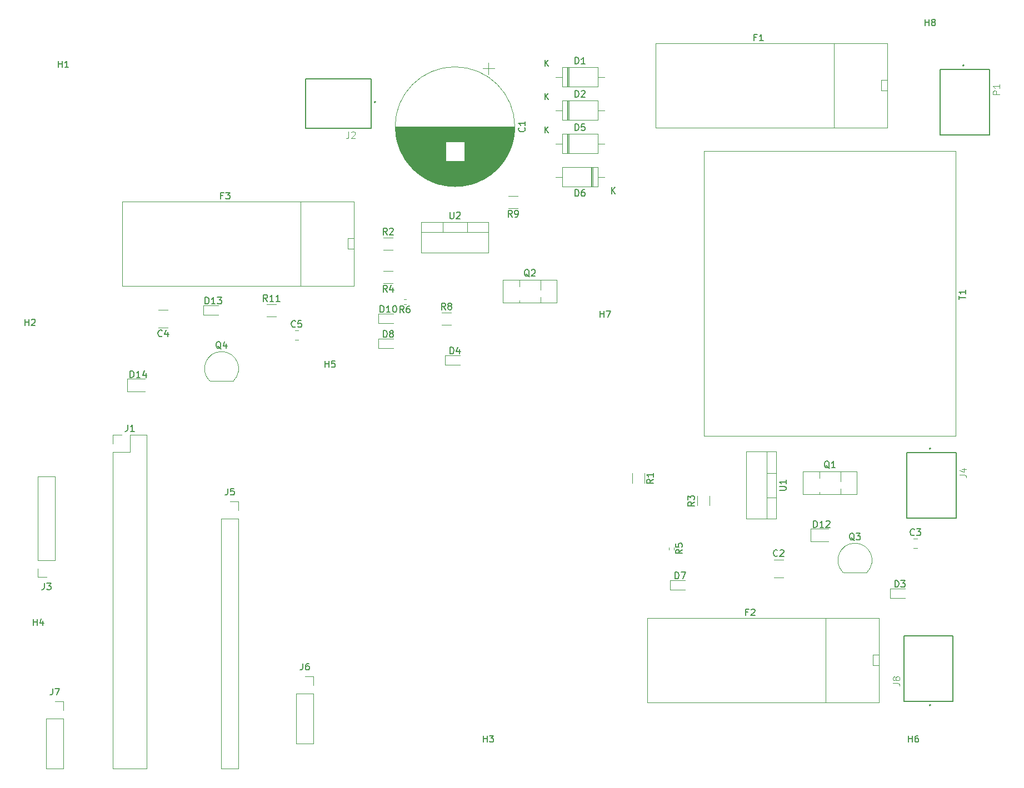
<source format=gbr>
%TF.GenerationSoftware,KiCad,Pcbnew,5.1.9*%
%TF.CreationDate,2021-04-08T17:50:56+05:30*%
%TF.ProjectId,protection,70726f74-6563-4746-996f-6e2e6b696361,rev?*%
%TF.SameCoordinates,Original*%
%TF.FileFunction,Legend,Top*%
%TF.FilePolarity,Positive*%
%FSLAX46Y46*%
G04 Gerber Fmt 4.6, Leading zero omitted, Abs format (unit mm)*
G04 Created by KiCad (PCBNEW 5.1.9) date 2021-04-08 17:50:56*
%MOMM*%
%LPD*%
G01*
G04 APERTURE LIST*
%ADD10C,0.127000*%
%ADD11C,0.200000*%
%ADD12C,0.120000*%
%ADD13C,0.015000*%
%ADD14C,0.150000*%
G04 APERTURE END LIST*
D10*
%TO.C,P1*%
X260540000Y-45800000D02*
X260540000Y-55800000D01*
X253040000Y-45800000D02*
X260540000Y-45800000D01*
X253040000Y-55800000D02*
X253040000Y-45800000D01*
X260540000Y-55800000D02*
X253040000Y-55800000D01*
D11*
X256640000Y-45200000D02*
G75*
G03*
X256640000Y-45200000I-100000J0D01*
G01*
%TO.C,J8*%
X251560000Y-142760000D02*
G75*
G03*
X251560000Y-142760000I-100000J0D01*
G01*
D10*
X247460000Y-132160000D02*
X254960000Y-132160000D01*
X254960000Y-132160000D02*
X254960000Y-142160000D01*
X254960000Y-142160000D02*
X247460000Y-142160000D01*
X247460000Y-142160000D02*
X247460000Y-132160000D01*
D11*
%TO.C,J2*%
X166990000Y-50800000D02*
G75*
G03*
X166990000Y-50800000I-100000J0D01*
G01*
D10*
X156290000Y-54800000D02*
X156290000Y-47300000D01*
X156290000Y-47300000D02*
X166290000Y-47300000D01*
X166290000Y-47300000D02*
X166290000Y-54800000D01*
X166290000Y-54800000D02*
X156290000Y-54800000D01*
D12*
%TO.C,J1*%
X126940000Y-101540000D02*
X128270000Y-101540000D01*
X126940000Y-102870000D02*
X126940000Y-101540000D01*
X129540000Y-101540000D02*
X132140000Y-101540000D01*
X129540000Y-104140000D02*
X129540000Y-101540000D01*
X126940000Y-104140000D02*
X129540000Y-104140000D01*
X132140000Y-101540000D02*
X132140000Y-152460000D01*
X126940000Y-104140000D02*
X126940000Y-152460000D01*
X126940000Y-152460000D02*
X132140000Y-152460000D01*
%TO.C,R1*%
X206100000Y-107415436D02*
X206100000Y-108869564D01*
X207920000Y-107415436D02*
X207920000Y-108869564D01*
%TO.C,U2*%
X180921000Y-69120000D02*
X180921000Y-70630000D01*
X177220000Y-69120000D02*
X177220000Y-70630000D01*
X173950000Y-70630000D02*
X184190000Y-70630000D01*
X184190000Y-69120000D02*
X184190000Y-73761000D01*
X173950000Y-69120000D02*
X173950000Y-73761000D01*
X173950000Y-73761000D02*
X184190000Y-73761000D01*
X173950000Y-69120000D02*
X184190000Y-69120000D01*
%TO.C,U1*%
X228060000Y-111071000D02*
X226550000Y-111071000D01*
X228060000Y-107370000D02*
X226550000Y-107370000D01*
X226550000Y-104100000D02*
X226550000Y-114340000D01*
X228060000Y-114340000D02*
X223419000Y-114340000D01*
X228060000Y-104100000D02*
X223419000Y-104100000D01*
X223419000Y-104100000D02*
X223419000Y-114340000D01*
X228060000Y-104100000D02*
X228060000Y-114340000D01*
%TO.C,T1*%
X217050000Y-101720000D02*
X217050000Y-58300000D01*
X217050000Y-101720000D02*
X255390000Y-101720000D01*
X255390000Y-58300000D02*
X217050000Y-58300000D01*
X255390000Y-58300000D02*
X255390000Y-101720000D01*
%TO.C,R11*%
X150402936Y-83460000D02*
X151857064Y-83460000D01*
X150402936Y-81640000D02*
X151857064Y-81640000D01*
%TO.C,R9*%
X188687064Y-65130000D02*
X187232936Y-65130000D01*
X188687064Y-66950000D02*
X187232936Y-66950000D01*
%TO.C,R8*%
X177072936Y-82910000D02*
X178527064Y-82910000D01*
X177072936Y-84730000D02*
X178527064Y-84730000D01*
%TO.C,R6*%
X171603641Y-81660000D02*
X171296359Y-81660000D01*
X171603641Y-80900000D02*
X171296359Y-80900000D01*
%TO.C,R5*%
X211710000Y-118716359D02*
X211710000Y-119023641D01*
X212470000Y-118716359D02*
X212470000Y-119023641D01*
%TO.C,R4*%
X169637064Y-78380000D02*
X168182936Y-78380000D01*
X169637064Y-76560000D02*
X168182936Y-76560000D01*
%TO.C,R3*%
X217850000Y-112321504D02*
X217850000Y-110867376D01*
X216030000Y-112321504D02*
X216030000Y-110867376D01*
%TO.C,R2*%
X168182936Y-71480000D02*
X169637064Y-71480000D01*
X168182936Y-73300000D02*
X169637064Y-73300000D01*
%TO.C,Q4*%
X141710000Y-93290000D02*
X145310000Y-93290000D01*
X145348478Y-93278478D02*
G75*
G03*
X143510000Y-88840000I-1838478J1838478D01*
G01*
X141671522Y-93278478D02*
G75*
G02*
X143510000Y-88840000I1838478J1838478D01*
G01*
%TO.C,Q3*%
X238230000Y-122500000D02*
X241830000Y-122500000D01*
X241868478Y-122488478D02*
G75*
G03*
X240030000Y-118050000I-1838478J1838478D01*
G01*
X238191522Y-122488478D02*
G75*
G02*
X240030000Y-118050000I1838478J1838478D01*
G01*
%TO.C,Q2*%
X186380000Y-77890000D02*
X194620000Y-77890000D01*
X186380000Y-81380000D02*
X194620000Y-81380000D01*
X186380000Y-77890000D02*
X186380000Y-81380000D01*
X194620000Y-77890000D02*
X194620000Y-81380000D01*
X188900000Y-77890000D02*
X188900000Y-78960000D01*
X188900000Y-81060000D02*
X188900000Y-81380000D01*
X192101000Y-77890000D02*
X192101000Y-79470000D01*
X192101000Y-80550000D02*
X192101000Y-81380000D01*
%TO.C,Q1*%
X237821000Y-109760000D02*
X237821000Y-110590000D01*
X237821000Y-107100000D02*
X237821000Y-108680000D01*
X234620000Y-110270000D02*
X234620000Y-110590000D01*
X234620000Y-107100000D02*
X234620000Y-108170000D01*
X240340000Y-107100000D02*
X240340000Y-110590000D01*
X232100000Y-107100000D02*
X232100000Y-110590000D01*
X232100000Y-110590000D02*
X240340000Y-110590000D01*
X232100000Y-107100000D02*
X240340000Y-107100000D01*
%TO.C,J7*%
X118110000Y-142180000D02*
X119440000Y-142180000D01*
X119440000Y-142180000D02*
X119440000Y-143510000D01*
X119440000Y-144780000D02*
X119440000Y-152460000D01*
X116780000Y-152460000D02*
X119440000Y-152460000D01*
X116780000Y-144780000D02*
X116780000Y-152460000D01*
X116780000Y-144780000D02*
X119440000Y-144780000D01*
D11*
%TO.C,J4*%
X251560000Y-103620000D02*
G75*
G03*
X251560000Y-103620000I-100000J0D01*
G01*
D10*
X255460000Y-114220000D02*
X247960000Y-114220000D01*
X247960000Y-114220000D02*
X247960000Y-104220000D01*
X247960000Y-104220000D02*
X255460000Y-104220000D01*
X255460000Y-104220000D02*
X255460000Y-114220000D01*
D12*
%TO.C,F3*%
X163710000Y-78810000D02*
X128370000Y-78810000D01*
X163710000Y-78810000D02*
X163710000Y-65970000D01*
X128370000Y-65970000D02*
X128370000Y-78810000D01*
X128370000Y-65970000D02*
X163710000Y-65970000D01*
X155560000Y-65990000D02*
X155560000Y-78790000D01*
X162760000Y-73190000D02*
X163660000Y-73190000D01*
X162760000Y-71590000D02*
X162760000Y-73190000D01*
X163660000Y-71590000D02*
X162760000Y-71590000D01*
%TO.C,F2*%
X243670000Y-135090000D02*
X242770000Y-135090000D01*
X242770000Y-135090000D02*
X242770000Y-136690000D01*
X242770000Y-136690000D02*
X243670000Y-136690000D01*
X235570000Y-129490000D02*
X235570000Y-142290000D01*
X208380000Y-129470000D02*
X243720000Y-129470000D01*
X208380000Y-129470000D02*
X208380000Y-142310000D01*
X243720000Y-142310000D02*
X243720000Y-129470000D01*
X243720000Y-142310000D02*
X208380000Y-142310000D01*
%TO.C,F1*%
X244990000Y-54680000D02*
X209650000Y-54680000D01*
X244990000Y-54680000D02*
X244990000Y-41840000D01*
X209650000Y-41840000D02*
X209650000Y-54680000D01*
X209650000Y-41840000D02*
X244990000Y-41840000D01*
X236840000Y-41860000D02*
X236840000Y-54660000D01*
X244040000Y-49060000D02*
X244940000Y-49060000D01*
X244040000Y-47460000D02*
X244040000Y-49060000D01*
X244940000Y-47460000D02*
X244040000Y-47460000D01*
%TO.C,D14*%
X129125000Y-94940000D02*
X131810000Y-94940000D01*
X129125000Y-93020000D02*
X129125000Y-94940000D01*
X131810000Y-93020000D02*
X129125000Y-93020000D01*
%TO.C,D13*%
X140755000Y-83285000D02*
X143040000Y-83285000D01*
X140755000Y-81815000D02*
X140755000Y-83285000D01*
X143040000Y-81815000D02*
X140755000Y-81815000D01*
%TO.C,D12*%
X233265000Y-117800000D02*
X235950000Y-117800000D01*
X233265000Y-115880000D02*
X233265000Y-117800000D01*
X235950000Y-115880000D02*
X233265000Y-115880000D01*
%TO.C,D10*%
X169710000Y-83085000D02*
X167425000Y-83085000D01*
X167425000Y-83085000D02*
X167425000Y-84555000D01*
X167425000Y-84555000D02*
X169710000Y-84555000D01*
%TO.C,D8*%
X169710000Y-86895000D02*
X167425000Y-86895000D01*
X167425000Y-86895000D02*
X167425000Y-88365000D01*
X167425000Y-88365000D02*
X169710000Y-88365000D01*
%TO.C,D7*%
X211875000Y-125195000D02*
X214160000Y-125195000D01*
X211875000Y-123725000D02*
X211875000Y-125195000D01*
X214160000Y-123725000D02*
X211875000Y-123725000D01*
%TO.C,D6*%
X200060000Y-63700000D02*
X200060000Y-60760000D01*
X199820000Y-63700000D02*
X199820000Y-60760000D01*
X199940000Y-63700000D02*
X199940000Y-60760000D01*
X194380000Y-62230000D02*
X195400000Y-62230000D01*
X201860000Y-62230000D02*
X200840000Y-62230000D01*
X195400000Y-63700000D02*
X200840000Y-63700000D01*
X195400000Y-60760000D02*
X195400000Y-63700000D01*
X200840000Y-60760000D02*
X195400000Y-60760000D01*
X200840000Y-63700000D02*
X200840000Y-60760000D01*
%TO.C,D5*%
X196180000Y-55680000D02*
X196180000Y-58620000D01*
X196420000Y-55680000D02*
X196420000Y-58620000D01*
X196300000Y-55680000D02*
X196300000Y-58620000D01*
X201860000Y-57150000D02*
X200840000Y-57150000D01*
X194380000Y-57150000D02*
X195400000Y-57150000D01*
X200840000Y-55680000D02*
X195400000Y-55680000D01*
X200840000Y-58620000D02*
X200840000Y-55680000D01*
X195400000Y-58620000D02*
X200840000Y-58620000D01*
X195400000Y-55680000D02*
X195400000Y-58620000D01*
%TO.C,D4*%
X179870000Y-89435000D02*
X177585000Y-89435000D01*
X177585000Y-89435000D02*
X177585000Y-90905000D01*
X177585000Y-90905000D02*
X179870000Y-90905000D01*
%TO.C,D3*%
X245377500Y-126465000D02*
X247662500Y-126465000D01*
X245377500Y-124995000D02*
X245377500Y-126465000D01*
X247662500Y-124995000D02*
X245377500Y-124995000D01*
%TO.C,D2*%
X196180000Y-50600000D02*
X196180000Y-53540000D01*
X196420000Y-50600000D02*
X196420000Y-53540000D01*
X196300000Y-50600000D02*
X196300000Y-53540000D01*
X201860000Y-52070000D02*
X200840000Y-52070000D01*
X194380000Y-52070000D02*
X195400000Y-52070000D01*
X200840000Y-50600000D02*
X195400000Y-50600000D01*
X200840000Y-53540000D02*
X200840000Y-50600000D01*
X195400000Y-53540000D02*
X200840000Y-53540000D01*
X195400000Y-50600000D02*
X195400000Y-53540000D01*
%TO.C,D1*%
X196180000Y-45520000D02*
X196180000Y-48460000D01*
X196420000Y-45520000D02*
X196420000Y-48460000D01*
X196300000Y-45520000D02*
X196300000Y-48460000D01*
X201860000Y-46990000D02*
X200840000Y-46990000D01*
X194380000Y-46990000D02*
X195400000Y-46990000D01*
X200840000Y-45520000D02*
X195400000Y-45520000D01*
X200840000Y-48460000D02*
X200840000Y-45520000D01*
X195400000Y-48460000D02*
X200840000Y-48460000D01*
X195400000Y-45520000D02*
X195400000Y-48460000D01*
%TO.C,C5*%
X154678748Y-87095000D02*
X155201252Y-87095000D01*
X154678748Y-85625000D02*
X155201252Y-85625000D01*
%TO.C,C4*%
X135331252Y-82460000D02*
X133908748Y-82460000D01*
X135331252Y-85180000D02*
X133908748Y-85180000D01*
%TO.C,C3*%
X248978748Y-118845000D02*
X249501252Y-118845000D01*
X248978748Y-117375000D02*
X249501252Y-117375000D01*
%TO.C,C2*%
X227683748Y-123280000D02*
X229106252Y-123280000D01*
X227683748Y-120560000D02*
X229106252Y-120560000D01*
%TO.C,C1*%
X188190000Y-54550000D02*
G75*
G03*
X188190000Y-54550000I-9120000J0D01*
G01*
X188151000Y-54550000D02*
X169989000Y-54550000D01*
X188150000Y-54590000D02*
X169990000Y-54590000D01*
X188150000Y-54630000D02*
X169990000Y-54630000D01*
X188150000Y-54670000D02*
X169990000Y-54670000D01*
X188149000Y-54710000D02*
X169991000Y-54710000D01*
X188148000Y-54750000D02*
X169992000Y-54750000D01*
X188147000Y-54790000D02*
X169993000Y-54790000D01*
X188146000Y-54830000D02*
X169994000Y-54830000D01*
X188145000Y-54870000D02*
X169995000Y-54870000D01*
X188143000Y-54910000D02*
X169997000Y-54910000D01*
X188142000Y-54950000D02*
X169998000Y-54950000D01*
X188140000Y-54990000D02*
X170000000Y-54990000D01*
X188138000Y-55030000D02*
X170002000Y-55030000D01*
X188136000Y-55070000D02*
X170004000Y-55070000D01*
X188133000Y-55110000D02*
X170007000Y-55110000D01*
X188131000Y-55150000D02*
X170009000Y-55150000D01*
X188128000Y-55190000D02*
X170012000Y-55190000D01*
X188125000Y-55230000D02*
X170015000Y-55230000D01*
X188122000Y-55271000D02*
X170018000Y-55271000D01*
X188119000Y-55311000D02*
X170021000Y-55311000D01*
X188115000Y-55351000D02*
X170025000Y-55351000D01*
X188112000Y-55391000D02*
X170028000Y-55391000D01*
X188108000Y-55431000D02*
X170032000Y-55431000D01*
X188104000Y-55471000D02*
X170036000Y-55471000D01*
X188100000Y-55511000D02*
X170040000Y-55511000D01*
X188096000Y-55551000D02*
X170044000Y-55551000D01*
X188091000Y-55591000D02*
X170049000Y-55591000D01*
X188086000Y-55631000D02*
X170054000Y-55631000D01*
X188081000Y-55671000D02*
X170059000Y-55671000D01*
X188076000Y-55711000D02*
X170064000Y-55711000D01*
X188071000Y-55751000D02*
X170069000Y-55751000D01*
X188066000Y-55791000D02*
X170074000Y-55791000D01*
X188060000Y-55831000D02*
X170080000Y-55831000D01*
X188054000Y-55871000D02*
X170086000Y-55871000D01*
X188049000Y-55911000D02*
X170091000Y-55911000D01*
X188042000Y-55951000D02*
X170098000Y-55951000D01*
X188036000Y-55991000D02*
X170104000Y-55991000D01*
X188030000Y-56031000D02*
X170110000Y-56031000D01*
X188023000Y-56071000D02*
X170117000Y-56071000D01*
X188016000Y-56111000D02*
X170124000Y-56111000D01*
X188009000Y-56151000D02*
X170131000Y-56151000D01*
X188002000Y-56191000D02*
X170138000Y-56191000D01*
X187994000Y-56231000D02*
X170146000Y-56231000D01*
X187987000Y-56271000D02*
X170153000Y-56271000D01*
X187979000Y-56311000D02*
X170161000Y-56311000D01*
X187971000Y-56351000D02*
X170169000Y-56351000D01*
X187963000Y-56391000D02*
X170177000Y-56391000D01*
X187955000Y-56431000D02*
X170185000Y-56431000D01*
X187946000Y-56471000D02*
X170194000Y-56471000D01*
X187937000Y-56511000D02*
X170203000Y-56511000D01*
X187928000Y-56551000D02*
X170212000Y-56551000D01*
X187919000Y-56591000D02*
X170221000Y-56591000D01*
X187910000Y-56631000D02*
X170230000Y-56631000D01*
X187901000Y-56671000D02*
X170239000Y-56671000D01*
X187891000Y-56711000D02*
X170249000Y-56711000D01*
X187881000Y-56751000D02*
X170259000Y-56751000D01*
X187871000Y-56791000D02*
X170269000Y-56791000D01*
X187861000Y-56831000D02*
X170279000Y-56831000D01*
X187850000Y-56871000D02*
X180510000Y-56871000D01*
X177630000Y-56871000D02*
X170290000Y-56871000D01*
X187840000Y-56911000D02*
X180510000Y-56911000D01*
X177630000Y-56911000D02*
X170300000Y-56911000D01*
X187829000Y-56951000D02*
X180510000Y-56951000D01*
X177630000Y-56951000D02*
X170311000Y-56951000D01*
X187818000Y-56991000D02*
X180510000Y-56991000D01*
X177630000Y-56991000D02*
X170322000Y-56991000D01*
X187807000Y-57031000D02*
X180510000Y-57031000D01*
X177630000Y-57031000D02*
X170333000Y-57031000D01*
X187795000Y-57071000D02*
X180510000Y-57071000D01*
X177630000Y-57071000D02*
X170345000Y-57071000D01*
X187784000Y-57111000D02*
X180510000Y-57111000D01*
X177630000Y-57111000D02*
X170356000Y-57111000D01*
X187772000Y-57151000D02*
X180510000Y-57151000D01*
X177630000Y-57151000D02*
X170368000Y-57151000D01*
X187760000Y-57191000D02*
X180510000Y-57191000D01*
X177630000Y-57191000D02*
X170380000Y-57191000D01*
X187748000Y-57231000D02*
X180510000Y-57231000D01*
X177630000Y-57231000D02*
X170392000Y-57231000D01*
X187735000Y-57271000D02*
X180510000Y-57271000D01*
X177630000Y-57271000D02*
X170405000Y-57271000D01*
X187723000Y-57311000D02*
X180510000Y-57311000D01*
X177630000Y-57311000D02*
X170417000Y-57311000D01*
X187710000Y-57351000D02*
X180510000Y-57351000D01*
X177630000Y-57351000D02*
X170430000Y-57351000D01*
X187697000Y-57391000D02*
X180510000Y-57391000D01*
X177630000Y-57391000D02*
X170443000Y-57391000D01*
X187684000Y-57431000D02*
X180510000Y-57431000D01*
X177630000Y-57431000D02*
X170456000Y-57431000D01*
X187670000Y-57471000D02*
X180510000Y-57471000D01*
X177630000Y-57471000D02*
X170470000Y-57471000D01*
X187657000Y-57511000D02*
X180510000Y-57511000D01*
X177630000Y-57511000D02*
X170483000Y-57511000D01*
X187643000Y-57551000D02*
X180510000Y-57551000D01*
X177630000Y-57551000D02*
X170497000Y-57551000D01*
X187629000Y-57591000D02*
X180510000Y-57591000D01*
X177630000Y-57591000D02*
X170511000Y-57591000D01*
X187615000Y-57631000D02*
X180510000Y-57631000D01*
X177630000Y-57631000D02*
X170525000Y-57631000D01*
X187600000Y-57671000D02*
X180510000Y-57671000D01*
X177630000Y-57671000D02*
X170540000Y-57671000D01*
X187586000Y-57711000D02*
X180510000Y-57711000D01*
X177630000Y-57711000D02*
X170554000Y-57711000D01*
X187571000Y-57751000D02*
X180510000Y-57751000D01*
X177630000Y-57751000D02*
X170569000Y-57751000D01*
X187556000Y-57791000D02*
X180510000Y-57791000D01*
X177630000Y-57791000D02*
X170584000Y-57791000D01*
X187540000Y-57831000D02*
X180510000Y-57831000D01*
X177630000Y-57831000D02*
X170600000Y-57831000D01*
X187525000Y-57871000D02*
X180510000Y-57871000D01*
X177630000Y-57871000D02*
X170615000Y-57871000D01*
X187509000Y-57911000D02*
X180510000Y-57911000D01*
X177630000Y-57911000D02*
X170631000Y-57911000D01*
X187493000Y-57951000D02*
X180510000Y-57951000D01*
X177630000Y-57951000D02*
X170647000Y-57951000D01*
X187477000Y-57991000D02*
X180510000Y-57991000D01*
X177630000Y-57991000D02*
X170663000Y-57991000D01*
X187460000Y-58031000D02*
X180510000Y-58031000D01*
X177630000Y-58031000D02*
X170680000Y-58031000D01*
X187444000Y-58071000D02*
X180510000Y-58071000D01*
X177630000Y-58071000D02*
X170696000Y-58071000D01*
X187427000Y-58111000D02*
X180510000Y-58111000D01*
X177630000Y-58111000D02*
X170713000Y-58111000D01*
X187410000Y-58151000D02*
X180510000Y-58151000D01*
X177630000Y-58151000D02*
X170730000Y-58151000D01*
X187393000Y-58191000D02*
X180510000Y-58191000D01*
X177630000Y-58191000D02*
X170747000Y-58191000D01*
X187375000Y-58231000D02*
X180510000Y-58231000D01*
X177630000Y-58231000D02*
X170765000Y-58231000D01*
X187357000Y-58271000D02*
X180510000Y-58271000D01*
X177630000Y-58271000D02*
X170783000Y-58271000D01*
X187339000Y-58311000D02*
X180510000Y-58311000D01*
X177630000Y-58311000D02*
X170801000Y-58311000D01*
X187321000Y-58351000D02*
X180510000Y-58351000D01*
X177630000Y-58351000D02*
X170819000Y-58351000D01*
X187303000Y-58391000D02*
X180510000Y-58391000D01*
X177630000Y-58391000D02*
X170837000Y-58391000D01*
X187284000Y-58431000D02*
X180510000Y-58431000D01*
X177630000Y-58431000D02*
X170856000Y-58431000D01*
X187265000Y-58471000D02*
X180510000Y-58471000D01*
X177630000Y-58471000D02*
X170875000Y-58471000D01*
X187246000Y-58511000D02*
X180510000Y-58511000D01*
X177630000Y-58511000D02*
X170894000Y-58511000D01*
X187226000Y-58551000D02*
X180510000Y-58551000D01*
X177630000Y-58551000D02*
X170914000Y-58551000D01*
X187207000Y-58591000D02*
X180510000Y-58591000D01*
X177630000Y-58591000D02*
X170933000Y-58591000D01*
X187187000Y-58631000D02*
X180510000Y-58631000D01*
X177630000Y-58631000D02*
X170953000Y-58631000D01*
X187167000Y-58671000D02*
X180510000Y-58671000D01*
X177630000Y-58671000D02*
X170973000Y-58671000D01*
X187146000Y-58711000D02*
X180510000Y-58711000D01*
X177630000Y-58711000D02*
X170994000Y-58711000D01*
X187126000Y-58751000D02*
X180510000Y-58751000D01*
X177630000Y-58751000D02*
X171014000Y-58751000D01*
X187105000Y-58791000D02*
X180510000Y-58791000D01*
X177630000Y-58791000D02*
X171035000Y-58791000D01*
X187084000Y-58831000D02*
X180510000Y-58831000D01*
X177630000Y-58831000D02*
X171056000Y-58831000D01*
X187062000Y-58871000D02*
X180510000Y-58871000D01*
X177630000Y-58871000D02*
X171078000Y-58871000D01*
X187041000Y-58911000D02*
X180510000Y-58911000D01*
X177630000Y-58911000D02*
X171099000Y-58911000D01*
X187019000Y-58951000D02*
X180510000Y-58951000D01*
X177630000Y-58951000D02*
X171121000Y-58951000D01*
X186997000Y-58991000D02*
X180510000Y-58991000D01*
X177630000Y-58991000D02*
X171143000Y-58991000D01*
X186974000Y-59031000D02*
X180510000Y-59031000D01*
X177630000Y-59031000D02*
X171166000Y-59031000D01*
X186952000Y-59071000D02*
X180510000Y-59071000D01*
X177630000Y-59071000D02*
X171188000Y-59071000D01*
X186929000Y-59111000D02*
X180510000Y-59111000D01*
X177630000Y-59111000D02*
X171211000Y-59111000D01*
X186905000Y-59151000D02*
X180510000Y-59151000D01*
X177630000Y-59151000D02*
X171235000Y-59151000D01*
X186882000Y-59191000D02*
X180510000Y-59191000D01*
X177630000Y-59191000D02*
X171258000Y-59191000D01*
X186858000Y-59231000D02*
X180510000Y-59231000D01*
X177630000Y-59231000D02*
X171282000Y-59231000D01*
X186834000Y-59271000D02*
X180510000Y-59271000D01*
X177630000Y-59271000D02*
X171306000Y-59271000D01*
X186810000Y-59311000D02*
X180510000Y-59311000D01*
X177630000Y-59311000D02*
X171330000Y-59311000D01*
X186785000Y-59351000D02*
X180510000Y-59351000D01*
X177630000Y-59351000D02*
X171355000Y-59351000D01*
X186760000Y-59391000D02*
X180510000Y-59391000D01*
X177630000Y-59391000D02*
X171380000Y-59391000D01*
X186735000Y-59431000D02*
X180510000Y-59431000D01*
X177630000Y-59431000D02*
X171405000Y-59431000D01*
X186710000Y-59471000D02*
X180510000Y-59471000D01*
X177630000Y-59471000D02*
X171430000Y-59471000D01*
X186684000Y-59511000D02*
X180510000Y-59511000D01*
X177630000Y-59511000D02*
X171456000Y-59511000D01*
X186658000Y-59551000D02*
X180510000Y-59551000D01*
X177630000Y-59551000D02*
X171482000Y-59551000D01*
X186631000Y-59591000D02*
X180510000Y-59591000D01*
X177630000Y-59591000D02*
X171509000Y-59591000D01*
X186605000Y-59631000D02*
X180510000Y-59631000D01*
X177630000Y-59631000D02*
X171535000Y-59631000D01*
X186578000Y-59671000D02*
X180510000Y-59671000D01*
X177630000Y-59671000D02*
X171562000Y-59671000D01*
X186550000Y-59711000D02*
X180510000Y-59711000D01*
X177630000Y-59711000D02*
X171590000Y-59711000D01*
X186523000Y-59751000D02*
X171617000Y-59751000D01*
X186495000Y-59791000D02*
X171645000Y-59791000D01*
X186467000Y-59831000D02*
X171673000Y-59831000D01*
X186438000Y-59871000D02*
X171702000Y-59871000D01*
X186409000Y-59911000D02*
X171731000Y-59911000D01*
X186380000Y-59951000D02*
X171760000Y-59951000D01*
X186350000Y-59991000D02*
X171790000Y-59991000D01*
X186320000Y-60031000D02*
X171820000Y-60031000D01*
X186290000Y-60071000D02*
X171850000Y-60071000D01*
X186260000Y-60111000D02*
X171880000Y-60111000D01*
X186229000Y-60151000D02*
X171911000Y-60151000D01*
X186197000Y-60191000D02*
X171943000Y-60191000D01*
X186166000Y-60231000D02*
X171974000Y-60231000D01*
X186134000Y-60271000D02*
X172006000Y-60271000D01*
X186101000Y-60311000D02*
X172039000Y-60311000D01*
X186069000Y-60351000D02*
X172071000Y-60351000D01*
X186035000Y-60391000D02*
X172105000Y-60391000D01*
X186002000Y-60431000D02*
X172138000Y-60431000D01*
X185968000Y-60471000D02*
X172172000Y-60471000D01*
X185934000Y-60511000D02*
X172206000Y-60511000D01*
X185899000Y-60551000D02*
X172241000Y-60551000D01*
X185864000Y-60591000D02*
X172276000Y-60591000D01*
X185828000Y-60631000D02*
X172312000Y-60631000D01*
X185792000Y-60671000D02*
X172348000Y-60671000D01*
X185756000Y-60711000D02*
X172384000Y-60711000D01*
X185719000Y-60751000D02*
X172421000Y-60751000D01*
X185682000Y-60791000D02*
X172458000Y-60791000D01*
X185644000Y-60831000D02*
X172496000Y-60831000D01*
X185606000Y-60871000D02*
X172534000Y-60871000D01*
X185567000Y-60911000D02*
X172573000Y-60911000D01*
X185528000Y-60951000D02*
X172612000Y-60951000D01*
X185488000Y-60991000D02*
X172652000Y-60991000D01*
X185448000Y-61031000D02*
X172692000Y-61031000D01*
X185407000Y-61071000D02*
X172733000Y-61071000D01*
X185366000Y-61111000D02*
X172774000Y-61111000D01*
X185324000Y-61151000D02*
X172816000Y-61151000D01*
X185282000Y-61191000D02*
X172858000Y-61191000D01*
X185240000Y-61231000D02*
X172900000Y-61231000D01*
X185196000Y-61271000D02*
X172944000Y-61271000D01*
X185152000Y-61311000D02*
X172988000Y-61311000D01*
X185108000Y-61351000D02*
X173032000Y-61351000D01*
X185063000Y-61391000D02*
X173077000Y-61391000D01*
X185017000Y-61431000D02*
X173123000Y-61431000D01*
X184971000Y-61471000D02*
X173169000Y-61471000D01*
X184924000Y-61511000D02*
X173216000Y-61511000D01*
X184876000Y-61551000D02*
X173264000Y-61551000D01*
X184828000Y-61591000D02*
X173312000Y-61591000D01*
X184779000Y-61631000D02*
X173361000Y-61631000D01*
X184730000Y-61671000D02*
X173410000Y-61671000D01*
X184679000Y-61711000D02*
X173461000Y-61711000D01*
X184628000Y-61751000D02*
X173512000Y-61751000D01*
X184576000Y-61791000D02*
X173564000Y-61791000D01*
X184524000Y-61831000D02*
X173616000Y-61831000D01*
X184470000Y-61871000D02*
X173670000Y-61871000D01*
X184416000Y-61911000D02*
X173724000Y-61911000D01*
X184361000Y-61951000D02*
X173779000Y-61951000D01*
X184305000Y-61991000D02*
X173835000Y-61991000D01*
X184248000Y-62031000D02*
X173892000Y-62031000D01*
X184190000Y-62071000D02*
X173950000Y-62071000D01*
X184132000Y-62111000D02*
X174008000Y-62111000D01*
X184072000Y-62151000D02*
X174068000Y-62151000D01*
X184011000Y-62191000D02*
X174129000Y-62191000D01*
X183949000Y-62231000D02*
X174191000Y-62231000D01*
X183886000Y-62271000D02*
X174254000Y-62271000D01*
X183822000Y-62311000D02*
X174318000Y-62311000D01*
X183756000Y-62351000D02*
X174384000Y-62351000D01*
X183690000Y-62391000D02*
X174450000Y-62391000D01*
X183622000Y-62431000D02*
X174518000Y-62431000D01*
X183552000Y-62471000D02*
X174588000Y-62471000D01*
X183482000Y-62511000D02*
X174658000Y-62511000D01*
X183409000Y-62551000D02*
X174731000Y-62551000D01*
X183335000Y-62591000D02*
X174805000Y-62591000D01*
X183260000Y-62631000D02*
X174880000Y-62631000D01*
X183183000Y-62671000D02*
X174957000Y-62671000D01*
X183103000Y-62711000D02*
X175037000Y-62711000D01*
X183022000Y-62750000D02*
X175118000Y-62750000D01*
X182939000Y-62790000D02*
X175201000Y-62790000D01*
X182854000Y-62830000D02*
X175286000Y-62830000D01*
X182766000Y-62870000D02*
X175374000Y-62870000D01*
X182675000Y-62910000D02*
X175465000Y-62910000D01*
X182582000Y-62950000D02*
X175558000Y-62950000D01*
X182486000Y-62990000D02*
X175654000Y-62990000D01*
X182387000Y-63030000D02*
X175753000Y-63030000D01*
X182284000Y-63070000D02*
X175856000Y-63070000D01*
X182177000Y-63110000D02*
X175963000Y-63110000D01*
X182066000Y-63150000D02*
X176074000Y-63150000D01*
X181950000Y-63190000D02*
X176190000Y-63190000D01*
X181829000Y-63230000D02*
X176311000Y-63230000D01*
X181702000Y-63270000D02*
X176438000Y-63270000D01*
X181568000Y-63310000D02*
X176572000Y-63310000D01*
X181425000Y-63350000D02*
X176715000Y-63350000D01*
X181273000Y-63390000D02*
X176867000Y-63390000D01*
X181109000Y-63430000D02*
X177031000Y-63430000D01*
X180930000Y-63470000D02*
X177210000Y-63470000D01*
X180731000Y-63510000D02*
X177409000Y-63510000D01*
X180505000Y-63550000D02*
X177635000Y-63550000D01*
X180236000Y-63590000D02*
X177904000Y-63590000D01*
X179884000Y-63630000D02*
X178256000Y-63630000D01*
X179110000Y-63670000D02*
X179030000Y-63670000D01*
X184185000Y-44790560D02*
X184185000Y-46590560D01*
X185085000Y-45690560D02*
X183285000Y-45690560D01*
%TO.C,J6*%
X154880000Y-140970000D02*
X157540000Y-140970000D01*
X154880000Y-140970000D02*
X154880000Y-148650000D01*
X154880000Y-148650000D02*
X157540000Y-148650000D01*
X157540000Y-140970000D02*
X157540000Y-148650000D01*
X157540000Y-138370000D02*
X157540000Y-139700000D01*
X156210000Y-138370000D02*
X157540000Y-138370000D01*
%TO.C,J5*%
X143450000Y-114300000D02*
X146110000Y-114300000D01*
X143450000Y-114300000D02*
X143450000Y-152460000D01*
X143450000Y-152460000D02*
X146110000Y-152460000D01*
X146110000Y-114300000D02*
X146110000Y-152460000D01*
X146110000Y-111700000D02*
X146110000Y-113030000D01*
X144780000Y-111700000D02*
X146110000Y-111700000D01*
%TO.C,J3*%
X118170000Y-120650000D02*
X115510000Y-120650000D01*
X118170000Y-120650000D02*
X118170000Y-107890000D01*
X118170000Y-107890000D02*
X115510000Y-107890000D01*
X115510000Y-120650000D02*
X115510000Y-107890000D01*
X115510000Y-123250000D02*
X115510000Y-121920000D01*
X116840000Y-123250000D02*
X115510000Y-123250000D01*
%TO.C,P1*%
D13*
X262072380Y-49633095D02*
X261072380Y-49633095D01*
X261072380Y-49252142D01*
X261120000Y-49156904D01*
X261167619Y-49109285D01*
X261262857Y-49061666D01*
X261405714Y-49061666D01*
X261500952Y-49109285D01*
X261548571Y-49156904D01*
X261596190Y-49252142D01*
X261596190Y-49633095D01*
X262072380Y-48109285D02*
X262072380Y-48680714D01*
X262072380Y-48395000D02*
X261072380Y-48395000D01*
X261215238Y-48490238D01*
X261310476Y-48585476D01*
X261358095Y-48680714D01*
%TO.C,J8*%
X245832380Y-139398333D02*
X246546666Y-139398333D01*
X246689523Y-139445952D01*
X246784761Y-139541190D01*
X246832380Y-139684047D01*
X246832380Y-139779285D01*
X246260952Y-138779285D02*
X246213333Y-138874523D01*
X246165714Y-138922142D01*
X246070476Y-138969761D01*
X246022857Y-138969761D01*
X245927619Y-138922142D01*
X245880000Y-138874523D01*
X245832380Y-138779285D01*
X245832380Y-138588809D01*
X245880000Y-138493571D01*
X245927619Y-138445952D01*
X246022857Y-138398333D01*
X246070476Y-138398333D01*
X246165714Y-138445952D01*
X246213333Y-138493571D01*
X246260952Y-138588809D01*
X246260952Y-138779285D01*
X246308571Y-138874523D01*
X246356190Y-138922142D01*
X246451428Y-138969761D01*
X246641904Y-138969761D01*
X246737142Y-138922142D01*
X246784761Y-138874523D01*
X246832380Y-138779285D01*
X246832380Y-138588809D01*
X246784761Y-138493571D01*
X246737142Y-138445952D01*
X246641904Y-138398333D01*
X246451428Y-138398333D01*
X246356190Y-138445952D01*
X246308571Y-138493571D01*
X246260952Y-138588809D01*
%TO.C,J2*%
X162861666Y-55332380D02*
X162861666Y-56046666D01*
X162814047Y-56189523D01*
X162718809Y-56284761D01*
X162575952Y-56332380D01*
X162480714Y-56332380D01*
X163290238Y-55427619D02*
X163337857Y-55380000D01*
X163433095Y-55332380D01*
X163671190Y-55332380D01*
X163766428Y-55380000D01*
X163814047Y-55427619D01*
X163861666Y-55522857D01*
X163861666Y-55618095D01*
X163814047Y-55760952D01*
X163242619Y-56332380D01*
X163861666Y-56332380D01*
%TO.C,H8*%
D14*
X250698095Y-39162380D02*
X250698095Y-38162380D01*
X250698095Y-38638571D02*
X251269523Y-38638571D01*
X251269523Y-39162380D02*
X251269523Y-38162380D01*
X251888571Y-38590952D02*
X251793333Y-38543333D01*
X251745714Y-38495714D01*
X251698095Y-38400476D01*
X251698095Y-38352857D01*
X251745714Y-38257619D01*
X251793333Y-38210000D01*
X251888571Y-38162380D01*
X252079047Y-38162380D01*
X252174285Y-38210000D01*
X252221904Y-38257619D01*
X252269523Y-38352857D01*
X252269523Y-38400476D01*
X252221904Y-38495714D01*
X252174285Y-38543333D01*
X252079047Y-38590952D01*
X251888571Y-38590952D01*
X251793333Y-38638571D01*
X251745714Y-38686190D01*
X251698095Y-38781428D01*
X251698095Y-38971904D01*
X251745714Y-39067142D01*
X251793333Y-39114761D01*
X251888571Y-39162380D01*
X252079047Y-39162380D01*
X252174285Y-39114761D01*
X252221904Y-39067142D01*
X252269523Y-38971904D01*
X252269523Y-38781428D01*
X252221904Y-38686190D01*
X252174285Y-38638571D01*
X252079047Y-38590952D01*
%TO.C,H7*%
X201168095Y-83612380D02*
X201168095Y-82612380D01*
X201168095Y-83088571D02*
X201739523Y-83088571D01*
X201739523Y-83612380D02*
X201739523Y-82612380D01*
X202120476Y-82612380D02*
X202787142Y-82612380D01*
X202358571Y-83612380D01*
%TO.C,H6*%
X248158095Y-148382380D02*
X248158095Y-147382380D01*
X248158095Y-147858571D02*
X248729523Y-147858571D01*
X248729523Y-148382380D02*
X248729523Y-147382380D01*
X249634285Y-147382380D02*
X249443809Y-147382380D01*
X249348571Y-147430000D01*
X249300952Y-147477619D01*
X249205714Y-147620476D01*
X249158095Y-147810952D01*
X249158095Y-148191904D01*
X249205714Y-148287142D01*
X249253333Y-148334761D01*
X249348571Y-148382380D01*
X249539047Y-148382380D01*
X249634285Y-148334761D01*
X249681904Y-148287142D01*
X249729523Y-148191904D01*
X249729523Y-147953809D01*
X249681904Y-147858571D01*
X249634285Y-147810952D01*
X249539047Y-147763333D01*
X249348571Y-147763333D01*
X249253333Y-147810952D01*
X249205714Y-147858571D01*
X249158095Y-147953809D01*
%TO.C,H5*%
X159258095Y-91232380D02*
X159258095Y-90232380D01*
X159258095Y-90708571D02*
X159829523Y-90708571D01*
X159829523Y-91232380D02*
X159829523Y-90232380D01*
X160781904Y-90232380D02*
X160305714Y-90232380D01*
X160258095Y-90708571D01*
X160305714Y-90660952D01*
X160400952Y-90613333D01*
X160639047Y-90613333D01*
X160734285Y-90660952D01*
X160781904Y-90708571D01*
X160829523Y-90803809D01*
X160829523Y-91041904D01*
X160781904Y-91137142D01*
X160734285Y-91184761D01*
X160639047Y-91232380D01*
X160400952Y-91232380D01*
X160305714Y-91184761D01*
X160258095Y-91137142D01*
%TO.C,H4*%
X114808095Y-130602380D02*
X114808095Y-129602380D01*
X114808095Y-130078571D02*
X115379523Y-130078571D01*
X115379523Y-130602380D02*
X115379523Y-129602380D01*
X116284285Y-129935714D02*
X116284285Y-130602380D01*
X116046190Y-129554761D02*
X115808095Y-130269047D01*
X116427142Y-130269047D01*
%TO.C,H3*%
X183388095Y-148382380D02*
X183388095Y-147382380D01*
X183388095Y-147858571D02*
X183959523Y-147858571D01*
X183959523Y-148382380D02*
X183959523Y-147382380D01*
X184340476Y-147382380D02*
X184959523Y-147382380D01*
X184626190Y-147763333D01*
X184769047Y-147763333D01*
X184864285Y-147810952D01*
X184911904Y-147858571D01*
X184959523Y-147953809D01*
X184959523Y-148191904D01*
X184911904Y-148287142D01*
X184864285Y-148334761D01*
X184769047Y-148382380D01*
X184483333Y-148382380D01*
X184388095Y-148334761D01*
X184340476Y-148287142D01*
%TO.C,H2*%
X113538095Y-84882380D02*
X113538095Y-83882380D01*
X113538095Y-84358571D02*
X114109523Y-84358571D01*
X114109523Y-84882380D02*
X114109523Y-83882380D01*
X114538095Y-83977619D02*
X114585714Y-83930000D01*
X114680952Y-83882380D01*
X114919047Y-83882380D01*
X115014285Y-83930000D01*
X115061904Y-83977619D01*
X115109523Y-84072857D01*
X115109523Y-84168095D01*
X115061904Y-84310952D01*
X114490476Y-84882380D01*
X115109523Y-84882380D01*
%TO.C,H1*%
X118618095Y-45512380D02*
X118618095Y-44512380D01*
X118618095Y-44988571D02*
X119189523Y-44988571D01*
X119189523Y-45512380D02*
X119189523Y-44512380D01*
X120189523Y-45512380D02*
X119618095Y-45512380D01*
X119903809Y-45512380D02*
X119903809Y-44512380D01*
X119808571Y-44655238D01*
X119713333Y-44750476D01*
X119618095Y-44798095D01*
%TO.C,J1*%
X129206666Y-99992380D02*
X129206666Y-100706666D01*
X129159047Y-100849523D01*
X129063809Y-100944761D01*
X128920952Y-100992380D01*
X128825714Y-100992380D01*
X130206666Y-100992380D02*
X129635238Y-100992380D01*
X129920952Y-100992380D02*
X129920952Y-99992380D01*
X129825714Y-100135238D01*
X129730476Y-100230476D01*
X129635238Y-100278095D01*
%TO.C,R1*%
X209282380Y-108309166D02*
X208806190Y-108642500D01*
X209282380Y-108880595D02*
X208282380Y-108880595D01*
X208282380Y-108499642D01*
X208330000Y-108404404D01*
X208377619Y-108356785D01*
X208472857Y-108309166D01*
X208615714Y-108309166D01*
X208710952Y-108356785D01*
X208758571Y-108404404D01*
X208806190Y-108499642D01*
X208806190Y-108880595D01*
X209282380Y-107356785D02*
X209282380Y-107928214D01*
X209282380Y-107642500D02*
X208282380Y-107642500D01*
X208425238Y-107737738D01*
X208520476Y-107832976D01*
X208568095Y-107928214D01*
%TO.C,U2*%
X178308095Y-67572380D02*
X178308095Y-68381904D01*
X178355714Y-68477142D01*
X178403333Y-68524761D01*
X178498571Y-68572380D01*
X178689047Y-68572380D01*
X178784285Y-68524761D01*
X178831904Y-68477142D01*
X178879523Y-68381904D01*
X178879523Y-67572380D01*
X179308095Y-67667619D02*
X179355714Y-67620000D01*
X179450952Y-67572380D01*
X179689047Y-67572380D01*
X179784285Y-67620000D01*
X179831904Y-67667619D01*
X179879523Y-67762857D01*
X179879523Y-67858095D01*
X179831904Y-68000952D01*
X179260476Y-68572380D01*
X179879523Y-68572380D01*
%TO.C,U1*%
X228512380Y-109981904D02*
X229321904Y-109981904D01*
X229417142Y-109934285D01*
X229464761Y-109886666D01*
X229512380Y-109791428D01*
X229512380Y-109600952D01*
X229464761Y-109505714D01*
X229417142Y-109458095D01*
X229321904Y-109410476D01*
X228512380Y-109410476D01*
X229512380Y-108410476D02*
X229512380Y-108981904D01*
X229512380Y-108696190D02*
X228512380Y-108696190D01*
X228655238Y-108791428D01*
X228750476Y-108886666D01*
X228798095Y-108981904D01*
%TO.C,T1*%
X255872380Y-80901904D02*
X255872380Y-80330476D01*
X256872380Y-80616190D02*
X255872380Y-80616190D01*
X256872380Y-79473333D02*
X256872380Y-80044761D01*
X256872380Y-79759047D02*
X255872380Y-79759047D01*
X256015238Y-79854285D01*
X256110476Y-79949523D01*
X256158095Y-80044761D01*
%TO.C,R11*%
X150487142Y-81182380D02*
X150153809Y-80706190D01*
X149915714Y-81182380D02*
X149915714Y-80182380D01*
X150296666Y-80182380D01*
X150391904Y-80230000D01*
X150439523Y-80277619D01*
X150487142Y-80372857D01*
X150487142Y-80515714D01*
X150439523Y-80610952D01*
X150391904Y-80658571D01*
X150296666Y-80706190D01*
X149915714Y-80706190D01*
X151439523Y-81182380D02*
X150868095Y-81182380D01*
X151153809Y-81182380D02*
X151153809Y-80182380D01*
X151058571Y-80325238D01*
X150963333Y-80420476D01*
X150868095Y-80468095D01*
X152391904Y-81182380D02*
X151820476Y-81182380D01*
X152106190Y-81182380D02*
X152106190Y-80182380D01*
X152010952Y-80325238D01*
X151915714Y-80420476D01*
X151820476Y-80468095D01*
%TO.C,R9*%
X187793333Y-68312380D02*
X187460000Y-67836190D01*
X187221904Y-68312380D02*
X187221904Y-67312380D01*
X187602857Y-67312380D01*
X187698095Y-67360000D01*
X187745714Y-67407619D01*
X187793333Y-67502857D01*
X187793333Y-67645714D01*
X187745714Y-67740952D01*
X187698095Y-67788571D01*
X187602857Y-67836190D01*
X187221904Y-67836190D01*
X188269523Y-68312380D02*
X188460000Y-68312380D01*
X188555238Y-68264761D01*
X188602857Y-68217142D01*
X188698095Y-68074285D01*
X188745714Y-67883809D01*
X188745714Y-67502857D01*
X188698095Y-67407619D01*
X188650476Y-67360000D01*
X188555238Y-67312380D01*
X188364761Y-67312380D01*
X188269523Y-67360000D01*
X188221904Y-67407619D01*
X188174285Y-67502857D01*
X188174285Y-67740952D01*
X188221904Y-67836190D01*
X188269523Y-67883809D01*
X188364761Y-67931428D01*
X188555238Y-67931428D01*
X188650476Y-67883809D01*
X188698095Y-67836190D01*
X188745714Y-67740952D01*
%TO.C,R8*%
X177633333Y-82452380D02*
X177300000Y-81976190D01*
X177061904Y-82452380D02*
X177061904Y-81452380D01*
X177442857Y-81452380D01*
X177538095Y-81500000D01*
X177585714Y-81547619D01*
X177633333Y-81642857D01*
X177633333Y-81785714D01*
X177585714Y-81880952D01*
X177538095Y-81928571D01*
X177442857Y-81976190D01*
X177061904Y-81976190D01*
X178204761Y-81880952D02*
X178109523Y-81833333D01*
X178061904Y-81785714D01*
X178014285Y-81690476D01*
X178014285Y-81642857D01*
X178061904Y-81547619D01*
X178109523Y-81500000D01*
X178204761Y-81452380D01*
X178395238Y-81452380D01*
X178490476Y-81500000D01*
X178538095Y-81547619D01*
X178585714Y-81642857D01*
X178585714Y-81690476D01*
X178538095Y-81785714D01*
X178490476Y-81833333D01*
X178395238Y-81880952D01*
X178204761Y-81880952D01*
X178109523Y-81928571D01*
X178061904Y-81976190D01*
X178014285Y-82071428D01*
X178014285Y-82261904D01*
X178061904Y-82357142D01*
X178109523Y-82404761D01*
X178204761Y-82452380D01*
X178395238Y-82452380D01*
X178490476Y-82404761D01*
X178538095Y-82357142D01*
X178585714Y-82261904D01*
X178585714Y-82071428D01*
X178538095Y-81976190D01*
X178490476Y-81928571D01*
X178395238Y-81880952D01*
%TO.C,R6*%
X171283333Y-82902380D02*
X170950000Y-82426190D01*
X170711904Y-82902380D02*
X170711904Y-81902380D01*
X171092857Y-81902380D01*
X171188095Y-81950000D01*
X171235714Y-81997619D01*
X171283333Y-82092857D01*
X171283333Y-82235714D01*
X171235714Y-82330952D01*
X171188095Y-82378571D01*
X171092857Y-82426190D01*
X170711904Y-82426190D01*
X172140476Y-81902380D02*
X171950000Y-81902380D01*
X171854761Y-81950000D01*
X171807142Y-81997619D01*
X171711904Y-82140476D01*
X171664285Y-82330952D01*
X171664285Y-82711904D01*
X171711904Y-82807142D01*
X171759523Y-82854761D01*
X171854761Y-82902380D01*
X172045238Y-82902380D01*
X172140476Y-82854761D01*
X172188095Y-82807142D01*
X172235714Y-82711904D01*
X172235714Y-82473809D01*
X172188095Y-82378571D01*
X172140476Y-82330952D01*
X172045238Y-82283333D01*
X171854761Y-82283333D01*
X171759523Y-82330952D01*
X171711904Y-82378571D01*
X171664285Y-82473809D01*
%TO.C,R5*%
X213712380Y-119036666D02*
X213236190Y-119370000D01*
X213712380Y-119608095D02*
X212712380Y-119608095D01*
X212712380Y-119227142D01*
X212760000Y-119131904D01*
X212807619Y-119084285D01*
X212902857Y-119036666D01*
X213045714Y-119036666D01*
X213140952Y-119084285D01*
X213188571Y-119131904D01*
X213236190Y-119227142D01*
X213236190Y-119608095D01*
X212712380Y-118131904D02*
X212712380Y-118608095D01*
X213188571Y-118655714D01*
X213140952Y-118608095D01*
X213093333Y-118512857D01*
X213093333Y-118274761D01*
X213140952Y-118179523D01*
X213188571Y-118131904D01*
X213283809Y-118084285D01*
X213521904Y-118084285D01*
X213617142Y-118131904D01*
X213664761Y-118179523D01*
X213712380Y-118274761D01*
X213712380Y-118512857D01*
X213664761Y-118608095D01*
X213617142Y-118655714D01*
%TO.C,R4*%
X168743333Y-79742380D02*
X168410000Y-79266190D01*
X168171904Y-79742380D02*
X168171904Y-78742380D01*
X168552857Y-78742380D01*
X168648095Y-78790000D01*
X168695714Y-78837619D01*
X168743333Y-78932857D01*
X168743333Y-79075714D01*
X168695714Y-79170952D01*
X168648095Y-79218571D01*
X168552857Y-79266190D01*
X168171904Y-79266190D01*
X169600476Y-79075714D02*
X169600476Y-79742380D01*
X169362380Y-78694761D02*
X169124285Y-79409047D01*
X169743333Y-79409047D01*
%TO.C,R3*%
X215572380Y-111761106D02*
X215096190Y-112094440D01*
X215572380Y-112332535D02*
X214572380Y-112332535D01*
X214572380Y-111951582D01*
X214620000Y-111856344D01*
X214667619Y-111808725D01*
X214762857Y-111761106D01*
X214905714Y-111761106D01*
X215000952Y-111808725D01*
X215048571Y-111856344D01*
X215096190Y-111951582D01*
X215096190Y-112332535D01*
X214572380Y-111427773D02*
X214572380Y-110808725D01*
X214953333Y-111142059D01*
X214953333Y-110999201D01*
X215000952Y-110903963D01*
X215048571Y-110856344D01*
X215143809Y-110808725D01*
X215381904Y-110808725D01*
X215477142Y-110856344D01*
X215524761Y-110903963D01*
X215572380Y-110999201D01*
X215572380Y-111284916D01*
X215524761Y-111380154D01*
X215477142Y-111427773D01*
%TO.C,R2*%
X168743333Y-71022380D02*
X168410000Y-70546190D01*
X168171904Y-71022380D02*
X168171904Y-70022380D01*
X168552857Y-70022380D01*
X168648095Y-70070000D01*
X168695714Y-70117619D01*
X168743333Y-70212857D01*
X168743333Y-70355714D01*
X168695714Y-70450952D01*
X168648095Y-70498571D01*
X168552857Y-70546190D01*
X168171904Y-70546190D01*
X169124285Y-70117619D02*
X169171904Y-70070000D01*
X169267142Y-70022380D01*
X169505238Y-70022380D01*
X169600476Y-70070000D01*
X169648095Y-70117619D01*
X169695714Y-70212857D01*
X169695714Y-70308095D01*
X169648095Y-70450952D01*
X169076666Y-71022380D01*
X169695714Y-71022380D01*
%TO.C,Q4*%
X143414761Y-88427619D02*
X143319523Y-88380000D01*
X143224285Y-88284761D01*
X143081428Y-88141904D01*
X142986190Y-88094285D01*
X142890952Y-88094285D01*
X142938571Y-88332380D02*
X142843333Y-88284761D01*
X142748095Y-88189523D01*
X142700476Y-87999047D01*
X142700476Y-87665714D01*
X142748095Y-87475238D01*
X142843333Y-87380000D01*
X142938571Y-87332380D01*
X143129047Y-87332380D01*
X143224285Y-87380000D01*
X143319523Y-87475238D01*
X143367142Y-87665714D01*
X143367142Y-87999047D01*
X143319523Y-88189523D01*
X143224285Y-88284761D01*
X143129047Y-88332380D01*
X142938571Y-88332380D01*
X144224285Y-87665714D02*
X144224285Y-88332380D01*
X143986190Y-87284761D02*
X143748095Y-87999047D01*
X144367142Y-87999047D01*
%TO.C,Q3*%
X239934761Y-117637619D02*
X239839523Y-117590000D01*
X239744285Y-117494761D01*
X239601428Y-117351904D01*
X239506190Y-117304285D01*
X239410952Y-117304285D01*
X239458571Y-117542380D02*
X239363333Y-117494761D01*
X239268095Y-117399523D01*
X239220476Y-117209047D01*
X239220476Y-116875714D01*
X239268095Y-116685238D01*
X239363333Y-116590000D01*
X239458571Y-116542380D01*
X239649047Y-116542380D01*
X239744285Y-116590000D01*
X239839523Y-116685238D01*
X239887142Y-116875714D01*
X239887142Y-117209047D01*
X239839523Y-117399523D01*
X239744285Y-117494761D01*
X239649047Y-117542380D01*
X239458571Y-117542380D01*
X240220476Y-116542380D02*
X240839523Y-116542380D01*
X240506190Y-116923333D01*
X240649047Y-116923333D01*
X240744285Y-116970952D01*
X240791904Y-117018571D01*
X240839523Y-117113809D01*
X240839523Y-117351904D01*
X240791904Y-117447142D01*
X240744285Y-117494761D01*
X240649047Y-117542380D01*
X240363333Y-117542380D01*
X240268095Y-117494761D01*
X240220476Y-117447142D01*
%TO.C,Q2*%
X190404761Y-77437619D02*
X190309523Y-77390000D01*
X190214285Y-77294761D01*
X190071428Y-77151904D01*
X189976190Y-77104285D01*
X189880952Y-77104285D01*
X189928571Y-77342380D02*
X189833333Y-77294761D01*
X189738095Y-77199523D01*
X189690476Y-77009047D01*
X189690476Y-76675714D01*
X189738095Y-76485238D01*
X189833333Y-76390000D01*
X189928571Y-76342380D01*
X190119047Y-76342380D01*
X190214285Y-76390000D01*
X190309523Y-76485238D01*
X190357142Y-76675714D01*
X190357142Y-77009047D01*
X190309523Y-77199523D01*
X190214285Y-77294761D01*
X190119047Y-77342380D01*
X189928571Y-77342380D01*
X190738095Y-76437619D02*
X190785714Y-76390000D01*
X190880952Y-76342380D01*
X191119047Y-76342380D01*
X191214285Y-76390000D01*
X191261904Y-76437619D01*
X191309523Y-76532857D01*
X191309523Y-76628095D01*
X191261904Y-76770952D01*
X190690476Y-77342380D01*
X191309523Y-77342380D01*
%TO.C,Q1*%
X236124761Y-106647619D02*
X236029523Y-106600000D01*
X235934285Y-106504761D01*
X235791428Y-106361904D01*
X235696190Y-106314285D01*
X235600952Y-106314285D01*
X235648571Y-106552380D02*
X235553333Y-106504761D01*
X235458095Y-106409523D01*
X235410476Y-106219047D01*
X235410476Y-105885714D01*
X235458095Y-105695238D01*
X235553333Y-105600000D01*
X235648571Y-105552380D01*
X235839047Y-105552380D01*
X235934285Y-105600000D01*
X236029523Y-105695238D01*
X236077142Y-105885714D01*
X236077142Y-106219047D01*
X236029523Y-106409523D01*
X235934285Y-106504761D01*
X235839047Y-106552380D01*
X235648571Y-106552380D01*
X237029523Y-106552380D02*
X236458095Y-106552380D01*
X236743809Y-106552380D02*
X236743809Y-105552380D01*
X236648571Y-105695238D01*
X236553333Y-105790476D01*
X236458095Y-105838095D01*
%TO.C,J7*%
X117776666Y-140192380D02*
X117776666Y-140906666D01*
X117729047Y-141049523D01*
X117633809Y-141144761D01*
X117490952Y-141192380D01*
X117395714Y-141192380D01*
X118157619Y-140192380D02*
X118824285Y-140192380D01*
X118395714Y-141192380D01*
%TO.C,J4*%
D13*
X255992380Y-107648333D02*
X256706666Y-107648333D01*
X256849523Y-107695952D01*
X256944761Y-107791190D01*
X256992380Y-107934047D01*
X256992380Y-108029285D01*
X256325714Y-106743571D02*
X256992380Y-106743571D01*
X255944761Y-106981666D02*
X256659047Y-107219761D01*
X256659047Y-106600714D01*
%TO.C,F3*%
D14*
X143726666Y-65068571D02*
X143393333Y-65068571D01*
X143393333Y-65592380D02*
X143393333Y-64592380D01*
X143869523Y-64592380D01*
X144155238Y-64592380D02*
X144774285Y-64592380D01*
X144440952Y-64973333D01*
X144583809Y-64973333D01*
X144679047Y-65020952D01*
X144726666Y-65068571D01*
X144774285Y-65163809D01*
X144774285Y-65401904D01*
X144726666Y-65497142D01*
X144679047Y-65544761D01*
X144583809Y-65592380D01*
X144298095Y-65592380D01*
X144202857Y-65544761D01*
X144155238Y-65497142D01*
%TO.C,F2*%
X223736666Y-128568571D02*
X223403333Y-128568571D01*
X223403333Y-129092380D02*
X223403333Y-128092380D01*
X223879523Y-128092380D01*
X224212857Y-128187619D02*
X224260476Y-128140000D01*
X224355714Y-128092380D01*
X224593809Y-128092380D01*
X224689047Y-128140000D01*
X224736666Y-128187619D01*
X224784285Y-128282857D01*
X224784285Y-128378095D01*
X224736666Y-128520952D01*
X224165238Y-129092380D01*
X224784285Y-129092380D01*
%TO.C,F1*%
X225006666Y-40938571D02*
X224673333Y-40938571D01*
X224673333Y-41462380D02*
X224673333Y-40462380D01*
X225149523Y-40462380D01*
X226054285Y-41462380D02*
X225482857Y-41462380D01*
X225768571Y-41462380D02*
X225768571Y-40462380D01*
X225673333Y-40605238D01*
X225578095Y-40700476D01*
X225482857Y-40748095D01*
%TO.C,D14*%
X129595714Y-92782380D02*
X129595714Y-91782380D01*
X129833809Y-91782380D01*
X129976666Y-91830000D01*
X130071904Y-91925238D01*
X130119523Y-92020476D01*
X130167142Y-92210952D01*
X130167142Y-92353809D01*
X130119523Y-92544285D01*
X130071904Y-92639523D01*
X129976666Y-92734761D01*
X129833809Y-92782380D01*
X129595714Y-92782380D01*
X131119523Y-92782380D02*
X130548095Y-92782380D01*
X130833809Y-92782380D02*
X130833809Y-91782380D01*
X130738571Y-91925238D01*
X130643333Y-92020476D01*
X130548095Y-92068095D01*
X131976666Y-92115714D02*
X131976666Y-92782380D01*
X131738571Y-91734761D02*
X131500476Y-92449047D01*
X132119523Y-92449047D01*
%TO.C,D13*%
X141025714Y-81572380D02*
X141025714Y-80572380D01*
X141263809Y-80572380D01*
X141406666Y-80620000D01*
X141501904Y-80715238D01*
X141549523Y-80810476D01*
X141597142Y-81000952D01*
X141597142Y-81143809D01*
X141549523Y-81334285D01*
X141501904Y-81429523D01*
X141406666Y-81524761D01*
X141263809Y-81572380D01*
X141025714Y-81572380D01*
X142549523Y-81572380D02*
X141978095Y-81572380D01*
X142263809Y-81572380D02*
X142263809Y-80572380D01*
X142168571Y-80715238D01*
X142073333Y-80810476D01*
X141978095Y-80858095D01*
X142882857Y-80572380D02*
X143501904Y-80572380D01*
X143168571Y-80953333D01*
X143311428Y-80953333D01*
X143406666Y-81000952D01*
X143454285Y-81048571D01*
X143501904Y-81143809D01*
X143501904Y-81381904D01*
X143454285Y-81477142D01*
X143406666Y-81524761D01*
X143311428Y-81572380D01*
X143025714Y-81572380D01*
X142930476Y-81524761D01*
X142882857Y-81477142D01*
%TO.C,D12*%
X233735714Y-115642380D02*
X233735714Y-114642380D01*
X233973809Y-114642380D01*
X234116666Y-114690000D01*
X234211904Y-114785238D01*
X234259523Y-114880476D01*
X234307142Y-115070952D01*
X234307142Y-115213809D01*
X234259523Y-115404285D01*
X234211904Y-115499523D01*
X234116666Y-115594761D01*
X233973809Y-115642380D01*
X233735714Y-115642380D01*
X235259523Y-115642380D02*
X234688095Y-115642380D01*
X234973809Y-115642380D02*
X234973809Y-114642380D01*
X234878571Y-114785238D01*
X234783333Y-114880476D01*
X234688095Y-114928095D01*
X235640476Y-114737619D02*
X235688095Y-114690000D01*
X235783333Y-114642380D01*
X236021428Y-114642380D01*
X236116666Y-114690000D01*
X236164285Y-114737619D01*
X236211904Y-114832857D01*
X236211904Y-114928095D01*
X236164285Y-115070952D01*
X235592857Y-115642380D01*
X236211904Y-115642380D01*
%TO.C,D10*%
X167695714Y-82842380D02*
X167695714Y-81842380D01*
X167933809Y-81842380D01*
X168076666Y-81890000D01*
X168171904Y-81985238D01*
X168219523Y-82080476D01*
X168267142Y-82270952D01*
X168267142Y-82413809D01*
X168219523Y-82604285D01*
X168171904Y-82699523D01*
X168076666Y-82794761D01*
X167933809Y-82842380D01*
X167695714Y-82842380D01*
X169219523Y-82842380D02*
X168648095Y-82842380D01*
X168933809Y-82842380D02*
X168933809Y-81842380D01*
X168838571Y-81985238D01*
X168743333Y-82080476D01*
X168648095Y-82128095D01*
X169838571Y-81842380D02*
X169933809Y-81842380D01*
X170029047Y-81890000D01*
X170076666Y-81937619D01*
X170124285Y-82032857D01*
X170171904Y-82223333D01*
X170171904Y-82461428D01*
X170124285Y-82651904D01*
X170076666Y-82747142D01*
X170029047Y-82794761D01*
X169933809Y-82842380D01*
X169838571Y-82842380D01*
X169743333Y-82794761D01*
X169695714Y-82747142D01*
X169648095Y-82651904D01*
X169600476Y-82461428D01*
X169600476Y-82223333D01*
X169648095Y-82032857D01*
X169695714Y-81937619D01*
X169743333Y-81890000D01*
X169838571Y-81842380D01*
%TO.C,D8*%
X168171904Y-86652380D02*
X168171904Y-85652380D01*
X168410000Y-85652380D01*
X168552857Y-85700000D01*
X168648095Y-85795238D01*
X168695714Y-85890476D01*
X168743333Y-86080952D01*
X168743333Y-86223809D01*
X168695714Y-86414285D01*
X168648095Y-86509523D01*
X168552857Y-86604761D01*
X168410000Y-86652380D01*
X168171904Y-86652380D01*
X169314761Y-86080952D02*
X169219523Y-86033333D01*
X169171904Y-85985714D01*
X169124285Y-85890476D01*
X169124285Y-85842857D01*
X169171904Y-85747619D01*
X169219523Y-85700000D01*
X169314761Y-85652380D01*
X169505238Y-85652380D01*
X169600476Y-85700000D01*
X169648095Y-85747619D01*
X169695714Y-85842857D01*
X169695714Y-85890476D01*
X169648095Y-85985714D01*
X169600476Y-86033333D01*
X169505238Y-86080952D01*
X169314761Y-86080952D01*
X169219523Y-86128571D01*
X169171904Y-86176190D01*
X169124285Y-86271428D01*
X169124285Y-86461904D01*
X169171904Y-86557142D01*
X169219523Y-86604761D01*
X169314761Y-86652380D01*
X169505238Y-86652380D01*
X169600476Y-86604761D01*
X169648095Y-86557142D01*
X169695714Y-86461904D01*
X169695714Y-86271428D01*
X169648095Y-86176190D01*
X169600476Y-86128571D01*
X169505238Y-86080952D01*
%TO.C,D7*%
X212621904Y-123482380D02*
X212621904Y-122482380D01*
X212860000Y-122482380D01*
X213002857Y-122530000D01*
X213098095Y-122625238D01*
X213145714Y-122720476D01*
X213193333Y-122910952D01*
X213193333Y-123053809D01*
X213145714Y-123244285D01*
X213098095Y-123339523D01*
X213002857Y-123434761D01*
X212860000Y-123482380D01*
X212621904Y-123482380D01*
X213526666Y-122482380D02*
X214193333Y-122482380D01*
X213764761Y-123482380D01*
%TO.C,D6*%
X197381904Y-65152380D02*
X197381904Y-64152380D01*
X197620000Y-64152380D01*
X197762857Y-64200000D01*
X197858095Y-64295238D01*
X197905714Y-64390476D01*
X197953333Y-64580952D01*
X197953333Y-64723809D01*
X197905714Y-64914285D01*
X197858095Y-65009523D01*
X197762857Y-65104761D01*
X197620000Y-65152380D01*
X197381904Y-65152380D01*
X198810476Y-64152380D02*
X198620000Y-64152380D01*
X198524761Y-64200000D01*
X198477142Y-64247619D01*
X198381904Y-64390476D01*
X198334285Y-64580952D01*
X198334285Y-64961904D01*
X198381904Y-65057142D01*
X198429523Y-65104761D01*
X198524761Y-65152380D01*
X198715238Y-65152380D01*
X198810476Y-65104761D01*
X198858095Y-65057142D01*
X198905714Y-64961904D01*
X198905714Y-64723809D01*
X198858095Y-64628571D01*
X198810476Y-64580952D01*
X198715238Y-64533333D01*
X198524761Y-64533333D01*
X198429523Y-64580952D01*
X198381904Y-64628571D01*
X198334285Y-64723809D01*
X202938095Y-64782380D02*
X202938095Y-63782380D01*
X203509523Y-64782380D02*
X203080952Y-64210952D01*
X203509523Y-63782380D02*
X202938095Y-64353809D01*
%TO.C,D5*%
X197381904Y-55132380D02*
X197381904Y-54132380D01*
X197620000Y-54132380D01*
X197762857Y-54180000D01*
X197858095Y-54275238D01*
X197905714Y-54370476D01*
X197953333Y-54560952D01*
X197953333Y-54703809D01*
X197905714Y-54894285D01*
X197858095Y-54989523D01*
X197762857Y-55084761D01*
X197620000Y-55132380D01*
X197381904Y-55132380D01*
X198858095Y-54132380D02*
X198381904Y-54132380D01*
X198334285Y-54608571D01*
X198381904Y-54560952D01*
X198477142Y-54513333D01*
X198715238Y-54513333D01*
X198810476Y-54560952D01*
X198858095Y-54608571D01*
X198905714Y-54703809D01*
X198905714Y-54941904D01*
X198858095Y-55037142D01*
X198810476Y-55084761D01*
X198715238Y-55132380D01*
X198477142Y-55132380D01*
X198381904Y-55084761D01*
X198334285Y-55037142D01*
X192778095Y-55502380D02*
X192778095Y-54502380D01*
X193349523Y-55502380D02*
X192920952Y-54930952D01*
X193349523Y-54502380D02*
X192778095Y-55073809D01*
%TO.C,D4*%
X178331904Y-89192380D02*
X178331904Y-88192380D01*
X178570000Y-88192380D01*
X178712857Y-88240000D01*
X178808095Y-88335238D01*
X178855714Y-88430476D01*
X178903333Y-88620952D01*
X178903333Y-88763809D01*
X178855714Y-88954285D01*
X178808095Y-89049523D01*
X178712857Y-89144761D01*
X178570000Y-89192380D01*
X178331904Y-89192380D01*
X179760476Y-88525714D02*
X179760476Y-89192380D01*
X179522380Y-88144761D02*
X179284285Y-88859047D01*
X179903333Y-88859047D01*
%TO.C,D3*%
X246124404Y-124752380D02*
X246124404Y-123752380D01*
X246362500Y-123752380D01*
X246505357Y-123800000D01*
X246600595Y-123895238D01*
X246648214Y-123990476D01*
X246695833Y-124180952D01*
X246695833Y-124323809D01*
X246648214Y-124514285D01*
X246600595Y-124609523D01*
X246505357Y-124704761D01*
X246362500Y-124752380D01*
X246124404Y-124752380D01*
X247029166Y-123752380D02*
X247648214Y-123752380D01*
X247314880Y-124133333D01*
X247457738Y-124133333D01*
X247552976Y-124180952D01*
X247600595Y-124228571D01*
X247648214Y-124323809D01*
X247648214Y-124561904D01*
X247600595Y-124657142D01*
X247552976Y-124704761D01*
X247457738Y-124752380D01*
X247172023Y-124752380D01*
X247076785Y-124704761D01*
X247029166Y-124657142D01*
%TO.C,D2*%
X197381904Y-50052380D02*
X197381904Y-49052380D01*
X197620000Y-49052380D01*
X197762857Y-49100000D01*
X197858095Y-49195238D01*
X197905714Y-49290476D01*
X197953333Y-49480952D01*
X197953333Y-49623809D01*
X197905714Y-49814285D01*
X197858095Y-49909523D01*
X197762857Y-50004761D01*
X197620000Y-50052380D01*
X197381904Y-50052380D01*
X198334285Y-49147619D02*
X198381904Y-49100000D01*
X198477142Y-49052380D01*
X198715238Y-49052380D01*
X198810476Y-49100000D01*
X198858095Y-49147619D01*
X198905714Y-49242857D01*
X198905714Y-49338095D01*
X198858095Y-49480952D01*
X198286666Y-50052380D01*
X198905714Y-50052380D01*
X192778095Y-50422380D02*
X192778095Y-49422380D01*
X193349523Y-50422380D02*
X192920952Y-49850952D01*
X193349523Y-49422380D02*
X192778095Y-49993809D01*
%TO.C,D1*%
X197381904Y-44972380D02*
X197381904Y-43972380D01*
X197620000Y-43972380D01*
X197762857Y-44020000D01*
X197858095Y-44115238D01*
X197905714Y-44210476D01*
X197953333Y-44400952D01*
X197953333Y-44543809D01*
X197905714Y-44734285D01*
X197858095Y-44829523D01*
X197762857Y-44924761D01*
X197620000Y-44972380D01*
X197381904Y-44972380D01*
X198905714Y-44972380D02*
X198334285Y-44972380D01*
X198620000Y-44972380D02*
X198620000Y-43972380D01*
X198524761Y-44115238D01*
X198429523Y-44210476D01*
X198334285Y-44258095D01*
X192778095Y-45342380D02*
X192778095Y-44342380D01*
X193349523Y-45342380D02*
X192920952Y-44770952D01*
X193349523Y-44342380D02*
X192778095Y-44913809D01*
%TO.C,C5*%
X154773333Y-85037142D02*
X154725714Y-85084761D01*
X154582857Y-85132380D01*
X154487619Y-85132380D01*
X154344761Y-85084761D01*
X154249523Y-84989523D01*
X154201904Y-84894285D01*
X154154285Y-84703809D01*
X154154285Y-84560952D01*
X154201904Y-84370476D01*
X154249523Y-84275238D01*
X154344761Y-84180000D01*
X154487619Y-84132380D01*
X154582857Y-84132380D01*
X154725714Y-84180000D01*
X154773333Y-84227619D01*
X155678095Y-84132380D02*
X155201904Y-84132380D01*
X155154285Y-84608571D01*
X155201904Y-84560952D01*
X155297142Y-84513333D01*
X155535238Y-84513333D01*
X155630476Y-84560952D01*
X155678095Y-84608571D01*
X155725714Y-84703809D01*
X155725714Y-84941904D01*
X155678095Y-85037142D01*
X155630476Y-85084761D01*
X155535238Y-85132380D01*
X155297142Y-85132380D01*
X155201904Y-85084761D01*
X155154285Y-85037142D01*
%TO.C,C4*%
X134453333Y-86477142D02*
X134405714Y-86524761D01*
X134262857Y-86572380D01*
X134167619Y-86572380D01*
X134024761Y-86524761D01*
X133929523Y-86429523D01*
X133881904Y-86334285D01*
X133834285Y-86143809D01*
X133834285Y-86000952D01*
X133881904Y-85810476D01*
X133929523Y-85715238D01*
X134024761Y-85620000D01*
X134167619Y-85572380D01*
X134262857Y-85572380D01*
X134405714Y-85620000D01*
X134453333Y-85667619D01*
X135310476Y-85905714D02*
X135310476Y-86572380D01*
X135072380Y-85524761D02*
X134834285Y-86239047D01*
X135453333Y-86239047D01*
%TO.C,C3*%
X249073333Y-116787142D02*
X249025714Y-116834761D01*
X248882857Y-116882380D01*
X248787619Y-116882380D01*
X248644761Y-116834761D01*
X248549523Y-116739523D01*
X248501904Y-116644285D01*
X248454285Y-116453809D01*
X248454285Y-116310952D01*
X248501904Y-116120476D01*
X248549523Y-116025238D01*
X248644761Y-115930000D01*
X248787619Y-115882380D01*
X248882857Y-115882380D01*
X249025714Y-115930000D01*
X249073333Y-115977619D01*
X249406666Y-115882380D02*
X250025714Y-115882380D01*
X249692380Y-116263333D01*
X249835238Y-116263333D01*
X249930476Y-116310952D01*
X249978095Y-116358571D01*
X250025714Y-116453809D01*
X250025714Y-116691904D01*
X249978095Y-116787142D01*
X249930476Y-116834761D01*
X249835238Y-116882380D01*
X249549523Y-116882380D01*
X249454285Y-116834761D01*
X249406666Y-116787142D01*
%TO.C,C2*%
X228228333Y-119977142D02*
X228180714Y-120024761D01*
X228037857Y-120072380D01*
X227942619Y-120072380D01*
X227799761Y-120024761D01*
X227704523Y-119929523D01*
X227656904Y-119834285D01*
X227609285Y-119643809D01*
X227609285Y-119500952D01*
X227656904Y-119310476D01*
X227704523Y-119215238D01*
X227799761Y-119120000D01*
X227942619Y-119072380D01*
X228037857Y-119072380D01*
X228180714Y-119120000D01*
X228228333Y-119167619D01*
X228609285Y-119167619D02*
X228656904Y-119120000D01*
X228752142Y-119072380D01*
X228990238Y-119072380D01*
X229085476Y-119120000D01*
X229133095Y-119167619D01*
X229180714Y-119262857D01*
X229180714Y-119358095D01*
X229133095Y-119500952D01*
X228561666Y-120072380D01*
X229180714Y-120072380D01*
%TO.C,C1*%
X189677142Y-54716666D02*
X189724761Y-54764285D01*
X189772380Y-54907142D01*
X189772380Y-55002380D01*
X189724761Y-55145238D01*
X189629523Y-55240476D01*
X189534285Y-55288095D01*
X189343809Y-55335714D01*
X189200952Y-55335714D01*
X189010476Y-55288095D01*
X188915238Y-55240476D01*
X188820000Y-55145238D01*
X188772380Y-55002380D01*
X188772380Y-54907142D01*
X188820000Y-54764285D01*
X188867619Y-54716666D01*
X189772380Y-53764285D02*
X189772380Y-54335714D01*
X189772380Y-54050000D02*
X188772380Y-54050000D01*
X188915238Y-54145238D01*
X189010476Y-54240476D01*
X189058095Y-54335714D01*
%TO.C,J6*%
X155876666Y-136382380D02*
X155876666Y-137096666D01*
X155829047Y-137239523D01*
X155733809Y-137334761D01*
X155590952Y-137382380D01*
X155495714Y-137382380D01*
X156781428Y-136382380D02*
X156590952Y-136382380D01*
X156495714Y-136430000D01*
X156448095Y-136477619D01*
X156352857Y-136620476D01*
X156305238Y-136810952D01*
X156305238Y-137191904D01*
X156352857Y-137287142D01*
X156400476Y-137334761D01*
X156495714Y-137382380D01*
X156686190Y-137382380D01*
X156781428Y-137334761D01*
X156829047Y-137287142D01*
X156876666Y-137191904D01*
X156876666Y-136953809D01*
X156829047Y-136858571D01*
X156781428Y-136810952D01*
X156686190Y-136763333D01*
X156495714Y-136763333D01*
X156400476Y-136810952D01*
X156352857Y-136858571D01*
X156305238Y-136953809D01*
%TO.C,J5*%
X144446666Y-109712380D02*
X144446666Y-110426666D01*
X144399047Y-110569523D01*
X144303809Y-110664761D01*
X144160952Y-110712380D01*
X144065714Y-110712380D01*
X145399047Y-109712380D02*
X144922857Y-109712380D01*
X144875238Y-110188571D01*
X144922857Y-110140952D01*
X145018095Y-110093333D01*
X145256190Y-110093333D01*
X145351428Y-110140952D01*
X145399047Y-110188571D01*
X145446666Y-110283809D01*
X145446666Y-110521904D01*
X145399047Y-110617142D01*
X145351428Y-110664761D01*
X145256190Y-110712380D01*
X145018095Y-110712380D01*
X144922857Y-110664761D01*
X144875238Y-110617142D01*
%TO.C,J3*%
X116506666Y-124142380D02*
X116506666Y-124856666D01*
X116459047Y-124999523D01*
X116363809Y-125094761D01*
X116220952Y-125142380D01*
X116125714Y-125142380D01*
X116887619Y-124142380D02*
X117506666Y-124142380D01*
X117173333Y-124523333D01*
X117316190Y-124523333D01*
X117411428Y-124570952D01*
X117459047Y-124618571D01*
X117506666Y-124713809D01*
X117506666Y-124951904D01*
X117459047Y-125047142D01*
X117411428Y-125094761D01*
X117316190Y-125142380D01*
X117030476Y-125142380D01*
X116935238Y-125094761D01*
X116887619Y-125047142D01*
%TD*%
M02*

</source>
